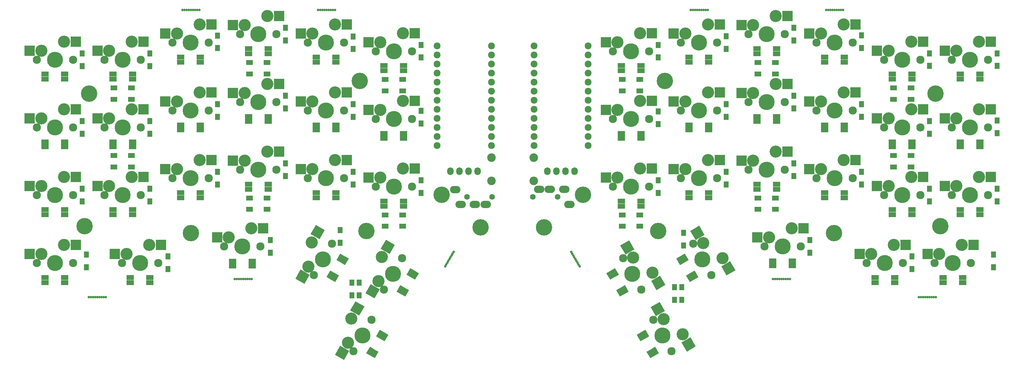
<source format=gbr>
%TF.GenerationSoftware,KiCad,Pcbnew,5.1.6*%
%TF.CreationDate,2020-10-30T12:45:47+01:00*%
%TF.ProjectId,jade,6a616465-2e6b-4696-9361-645f70636258,1.1*%
%TF.SameCoordinates,Original*%
%TF.FileFunction,Soldermask,Bot*%
%TF.FilePolarity,Negative*%
%FSLAX46Y46*%
G04 Gerber Fmt 4.6, Leading zero omitted, Abs format (unit mm)*
G04 Created by KiCad (PCBNEW 5.1.6) date 2020-10-30 12:45:47*
%MOMM*%
%LPD*%
G01*
G04 APERTURE LIST*
%ADD10C,0.700000*%
%ADD11R,2.950000X2.900000*%
%ADD12C,4.500000*%
%ADD13C,2.300000*%
%ADD14C,3.400000*%
%ADD15C,4.600000*%
%ADD16R,1.400000X1.800000*%
%ADD17C,0.100000*%
%ADD18R,2.100000X1.400000*%
%ADD19C,1.600000*%
%ADD20O,2.900000X2.100000*%
%ADD21C,1.924000*%
%ADD22O,1.797000X2.178000*%
%ADD23C,2.400000*%
%ADD24R,1.900000X1.400000*%
G04 APERTURE END LIST*
D10*
%TO.C,REF\u002A\u002A*%
X264668000Y-102362000D03*
X264074250Y-102362000D03*
X263480500Y-102362000D03*
X262886750Y-102362000D03*
X262293000Y-102362000D03*
X266449250Y-102362000D03*
X265261750Y-102362000D03*
X267043000Y-102362000D03*
X265855500Y-102362000D03*
%TD*%
%TO.C,REF\u002A\u002A*%
X224961500Y-97282000D03*
X226149000Y-97282000D03*
X224367750Y-97282000D03*
X225555250Y-97282000D03*
X221399000Y-97282000D03*
X221992750Y-97282000D03*
X222586500Y-97282000D03*
X223180250Y-97282000D03*
X223774000Y-97282000D03*
%TD*%
%TO.C,REF\u002A\u002A*%
X72898000Y-97282000D03*
X73491750Y-97282000D03*
X74085500Y-97282000D03*
X74679250Y-97282000D03*
X75273000Y-97282000D03*
X71116750Y-97282000D03*
X72304250Y-97282000D03*
X70523000Y-97282000D03*
X71710500Y-97282000D03*
%TD*%
%TO.C,REF\u002A\u002A*%
X30816500Y-102362000D03*
X29629000Y-102362000D03*
X31410250Y-102362000D03*
X30222750Y-102362000D03*
X34379000Y-102362000D03*
X33785250Y-102362000D03*
X33191500Y-102362000D03*
X32597750Y-102362000D03*
X32004000Y-102362000D03*
%TD*%
D11*
%TO.C,SW3*%
X51022500Y-28490000D03*
D12*
X58107500Y-31030000D03*
D13*
X63187500Y-31030000D03*
X53027500Y-31030000D03*
D11*
X63949500Y-25950000D03*
D14*
X54297500Y-28490000D03*
X60647500Y-25950000D03*
%TD*%
D11*
%TO.C,SW6*%
X108022500Y-30865000D03*
D12*
X115107500Y-33405000D03*
D13*
X120187500Y-33405000D03*
X110027500Y-33405000D03*
D11*
X120949500Y-28325000D03*
D14*
X111297500Y-30865000D03*
X117647500Y-28325000D03*
%TD*%
D15*
%TO.C,Ref\u002A\u002A*%
X268265500Y-82430000D03*
%TD*%
%TO.C,Ref\u002A\u002A*%
X28406500Y-82430000D03*
%TD*%
D16*
%TO.C,D43*%
X28956000Y-90427000D03*
X28956000Y-93977000D03*
%TD*%
D15*
%TO.C,Ref\u002A\u002A*%
X266954000Y-45265500D03*
%TD*%
%TO.C,Ref\u002A\u002A*%
X191096500Y-41765500D03*
%TD*%
%TO.C,Ref\u002A\u002A*%
X238464500Y-84448000D03*
%TD*%
%TO.C,Ref\u002A\u002A*%
X189230000Y-83820000D03*
%TD*%
D17*
%TO.C,SW41*%
G36*
X191063916Y-106278914D02*
G01*
X188552442Y-107728914D01*
X187077442Y-105174140D01*
X189588916Y-103724140D01*
X191063916Y-106278914D01*
G37*
D12*
X190413474Y-113132317D03*
D13*
X192953474Y-117531726D03*
X187873474Y-108732908D03*
D17*
G36*
X199727120Y-116204024D02*
G01*
X197215646Y-117654024D01*
X195740646Y-115099250D01*
X198252120Y-113649250D01*
X199727120Y-116204024D01*
G37*
D14*
X190708179Y-108562760D03*
X196082883Y-112792022D03*
%TD*%
D10*
%TO.C,REF\u002A\u002A*%
X130681375Y-91712608D03*
X130978250Y-91198405D03*
X131275125Y-90684203D03*
X131572000Y-90170000D03*
X131868875Y-89655798D03*
X129790750Y-93255216D03*
X130384500Y-92226811D03*
X129493875Y-93769418D03*
X130087625Y-92741013D03*
%TD*%
%TO.C,REF\u002A\u002A*%
X166584375Y-92741013D03*
X167178125Y-93769418D03*
X166287500Y-92226811D03*
X166881250Y-93255216D03*
X164803125Y-89655798D03*
X165100000Y-90170000D03*
X165396875Y-90684203D03*
X165693750Y-91198405D03*
X165990625Y-91712608D03*
%TD*%
D11*
%TO.C,SW44*%
X36898500Y-90290000D03*
D12*
X43983500Y-92830000D03*
D13*
X49063500Y-92830000D03*
X38903500Y-92830000D03*
D11*
X49825500Y-87750000D03*
D14*
X40173500Y-90290000D03*
X46523500Y-87750000D03*
%TD*%
D17*
%TO.C,SW21*%
G36*
X108622058Y-98717434D02*
G01*
X111133532Y-100167434D01*
X109658532Y-102722208D01*
X107147058Y-101272208D01*
X108622058Y-98717434D01*
G37*
D12*
X114882500Y-95854031D03*
D13*
X117422500Y-91454622D03*
X112342500Y-100253440D03*
D17*
G36*
X112885854Y-86252324D02*
G01*
X115397328Y-87702324D01*
X113922328Y-90257098D01*
X111410854Y-88807098D01*
X112885854Y-86252324D01*
G37*
D14*
X110777795Y-97883588D03*
X111753091Y-91114326D03*
%TD*%
D11*
%TO.C,SW8*%
X32022500Y-52240000D03*
D12*
X39107500Y-54780000D03*
D13*
X44187500Y-54780000D03*
X34027500Y-54780000D03*
D11*
X44949500Y-49700000D03*
D14*
X35297500Y-52240000D03*
X41647500Y-49700000D03*
%TD*%
D16*
%TO.C,D41*%
X195834000Y-103121000D03*
X195834000Y-99571000D03*
%TD*%
%TO.C,D47*%
X260350000Y-90935000D03*
X260350000Y-94485000D03*
%TD*%
%TO.C,D46*%
X283210000Y-93977000D03*
X283210000Y-90427000D03*
%TD*%
%TO.C,D45*%
X80518000Y-86363000D03*
X80518000Y-89913000D03*
%TD*%
%TO.C,D44*%
X51816000Y-90932000D03*
X51816000Y-94482000D03*
%TD*%
D17*
%TO.C,SW42*%
G36*
X182554762Y-89000628D02*
G01*
X180043288Y-90450628D01*
X178568288Y-87895854D01*
X181079762Y-86445854D01*
X182554762Y-89000628D01*
G37*
D12*
X181904320Y-95854031D03*
D13*
X184444320Y-100253440D03*
X179364320Y-91454622D03*
D17*
G36*
X191217966Y-98925738D02*
G01*
X188706492Y-100375738D01*
X187231492Y-97820964D01*
X189742966Y-96370964D01*
X191217966Y-98925738D01*
G37*
D14*
X182199025Y-91284474D03*
X187573729Y-95513736D03*
%TD*%
D11*
%TO.C,SW48*%
X216999500Y-85602000D03*
D12*
X224084500Y-88142000D03*
D13*
X229164500Y-88142000D03*
X219004500Y-88142000D03*
D11*
X229926500Y-83062000D03*
D14*
X220274500Y-85602000D03*
X226624500Y-83062000D03*
%TD*%
D11*
%TO.C,SW38*%
X193529500Y-66485000D03*
D12*
X200614500Y-69025000D03*
D13*
X205694500Y-69025000D03*
X195534500Y-69025000D03*
D11*
X206456500Y-63945000D03*
D14*
X196804500Y-66485000D03*
X203154500Y-63945000D03*
%TD*%
D11*
%TO.C,SW34*%
X269529500Y-71235000D03*
D12*
X276614500Y-73775000D03*
D13*
X281694500Y-73775000D03*
X271534500Y-73775000D03*
D11*
X282456500Y-68695000D03*
D14*
X272804500Y-71235000D03*
X279154500Y-68695000D03*
%TD*%
D11*
%TO.C,SW32*%
X193529500Y-47485000D03*
D12*
X200614500Y-50025000D03*
D13*
X205694500Y-50025000D03*
X195534500Y-50025000D03*
D11*
X206456500Y-44945000D03*
D14*
X196804500Y-47485000D03*
X203154500Y-44945000D03*
%TD*%
D11*
%TO.C,SW31*%
X212529500Y-45110000D03*
D12*
X219614500Y-47650000D03*
D13*
X224694500Y-47650000D03*
X214534500Y-47650000D03*
D11*
X225456500Y-42570000D03*
D14*
X215804500Y-45110000D03*
X222154500Y-42570000D03*
%TD*%
D11*
%TO.C,SW30*%
X231529500Y-47485000D03*
D12*
X238614500Y-50025000D03*
D13*
X243694500Y-50025000D03*
X233534500Y-50025000D03*
D11*
X244456500Y-44945000D03*
D14*
X234804500Y-47485000D03*
X241154500Y-44945000D03*
%TD*%
D11*
%TO.C,SW29*%
X250529500Y-52235000D03*
D12*
X257614500Y-54775000D03*
D13*
X262694500Y-54775000D03*
X252534500Y-54775000D03*
D11*
X263456500Y-49695000D03*
D14*
X253804500Y-52235000D03*
X260154500Y-49695000D03*
%TD*%
D11*
%TO.C,SW28*%
X269529500Y-52235000D03*
D12*
X276614500Y-54775000D03*
D13*
X281694500Y-54775000D03*
X271534500Y-54775000D03*
D11*
X282456500Y-49695000D03*
D14*
X272804500Y-52235000D03*
X279154500Y-49695000D03*
%TD*%
D11*
%TO.C,SW27*%
X174522500Y-30865000D03*
D12*
X181607500Y-33405000D03*
D13*
X186687500Y-33405000D03*
X176527500Y-33405000D03*
D11*
X187449500Y-28325000D03*
D14*
X177797500Y-30865000D03*
X184147500Y-28325000D03*
%TD*%
D11*
%TO.C,SW26*%
X193529500Y-28485000D03*
D12*
X200614500Y-31025000D03*
D13*
X205694500Y-31025000D03*
X195534500Y-31025000D03*
D11*
X206456500Y-25945000D03*
D14*
X196804500Y-28485000D03*
X203154500Y-25945000D03*
%TD*%
D11*
%TO.C,SW25*%
X212529500Y-26110000D03*
D12*
X219614500Y-28650000D03*
D13*
X224694500Y-28650000D03*
X214534500Y-28650000D03*
D11*
X225456500Y-23570000D03*
D14*
X215804500Y-26110000D03*
X222154500Y-23570000D03*
%TD*%
D11*
%TO.C,SW24*%
X231529500Y-28485000D03*
D12*
X238614500Y-31025000D03*
D13*
X243694500Y-31025000D03*
X233534500Y-31025000D03*
D11*
X244456500Y-25945000D03*
D14*
X234804500Y-28485000D03*
X241154500Y-25945000D03*
%TD*%
D11*
%TO.C,SW23*%
X250529500Y-33235000D03*
D12*
X257614500Y-35775000D03*
D13*
X262694500Y-35775000D03*
X252534500Y-35775000D03*
D11*
X263456500Y-30695000D03*
D14*
X253804500Y-33235000D03*
X260154500Y-30695000D03*
%TD*%
D11*
%TO.C,SW22*%
X269529500Y-33235000D03*
D12*
X276614500Y-35775000D03*
D13*
X281694500Y-35775000D03*
X271534500Y-35775000D03*
D11*
X282456500Y-30695000D03*
D14*
X272804500Y-33235000D03*
X279154500Y-30695000D03*
%TD*%
D17*
%TO.C,SW20*%
G36*
X100088058Y-115995720D02*
G01*
X102599532Y-117445720D01*
X101124532Y-120000494D01*
X98613058Y-118550494D01*
X100088058Y-115995720D01*
G37*
D12*
X106348500Y-113132317D03*
D13*
X108888500Y-108732908D03*
X103808500Y-117531726D03*
D17*
G36*
X104351854Y-103530610D02*
G01*
X106863328Y-104980610D01*
X105388328Y-107535384D01*
X102876854Y-106085384D01*
X104351854Y-103530610D01*
G37*
D14*
X102243795Y-115161874D03*
X103219091Y-108392612D03*
%TD*%
D17*
%TO.C,SW19*%
G36*
X88983058Y-94609027D02*
G01*
X91494532Y-96059027D01*
X90019532Y-98613801D01*
X87508058Y-97163801D01*
X88983058Y-94609027D01*
G37*
D12*
X95243500Y-91745624D03*
D13*
X97783500Y-87346215D03*
X92703500Y-96145033D03*
D17*
G36*
X93246854Y-82143917D02*
G01*
X95758328Y-83593917D01*
X94283328Y-86148691D01*
X91771854Y-84698691D01*
X93246854Y-82143917D01*
G37*
D14*
X91138795Y-93775181D03*
X92114091Y-87005919D03*
%TD*%
D11*
%TO.C,SW18*%
X108022500Y-68865000D03*
D12*
X115107500Y-71405000D03*
D13*
X120187500Y-71405000D03*
X110027500Y-71405000D03*
D11*
X120949500Y-66325000D03*
D14*
X111297500Y-68865000D03*
X117647500Y-66325000D03*
%TD*%
D11*
%TO.C,SW17*%
X89022500Y-66490000D03*
D12*
X96107500Y-69030000D03*
D13*
X101187500Y-69030000D03*
X91027500Y-69030000D03*
D11*
X101949500Y-63950000D03*
D14*
X92297500Y-66490000D03*
X98647500Y-63950000D03*
%TD*%
D11*
%TO.C,SW16*%
X70022500Y-64115000D03*
D12*
X77107500Y-66655000D03*
D13*
X82187500Y-66655000D03*
X72027500Y-66655000D03*
D11*
X82949500Y-61575000D03*
D14*
X73297500Y-64115000D03*
X79647500Y-61575000D03*
%TD*%
D11*
%TO.C,SW12*%
X108022500Y-49865000D03*
D12*
X115107500Y-52405000D03*
D13*
X120187500Y-52405000D03*
X110027500Y-52405000D03*
D11*
X120949500Y-47325000D03*
D14*
X111297500Y-49865000D03*
X117647500Y-47325000D03*
%TD*%
D11*
%TO.C,SW11*%
X89022500Y-47490000D03*
D12*
X96107500Y-50030000D03*
D13*
X101187500Y-50030000D03*
X91027500Y-50030000D03*
D11*
X101949500Y-44950000D03*
D14*
X92297500Y-47490000D03*
X98647500Y-44950000D03*
%TD*%
D11*
%TO.C,SW10*%
X70022500Y-45115000D03*
D12*
X77107500Y-47655000D03*
D13*
X82187500Y-47655000D03*
X72027500Y-47655000D03*
D11*
X82949500Y-42575000D03*
D14*
X73297500Y-45115000D03*
X79647500Y-42575000D03*
%TD*%
D11*
%TO.C,SW9*%
X51022500Y-47490000D03*
D12*
X58107500Y-50030000D03*
D13*
X63187500Y-50030000D03*
X53027500Y-50030000D03*
D11*
X63949500Y-44950000D03*
D14*
X54297500Y-47490000D03*
X60647500Y-44950000D03*
%TD*%
D11*
%TO.C,SW5*%
X89022500Y-28490000D03*
D12*
X96107500Y-31030000D03*
D13*
X101187500Y-31030000D03*
X91027500Y-31030000D03*
D11*
X101949500Y-25950000D03*
D14*
X92297500Y-28490000D03*
X98647500Y-25950000D03*
%TD*%
D11*
%TO.C,SW4*%
X70022500Y-26115000D03*
D12*
X77107500Y-28655000D03*
D13*
X82187500Y-28655000D03*
X72027500Y-28655000D03*
D11*
X82949500Y-23575000D03*
D14*
X73297500Y-26115000D03*
X79647500Y-23575000D03*
%TD*%
D11*
%TO.C,SW2*%
X32022500Y-33240000D03*
D12*
X39107500Y-35780000D03*
D13*
X44187500Y-35780000D03*
X34027500Y-35780000D03*
D11*
X44949500Y-30700000D03*
D14*
X35297500Y-33240000D03*
X41647500Y-30700000D03*
%TD*%
D11*
%TO.C,SW1*%
X13022500Y-33240000D03*
D12*
X20107500Y-35780000D03*
D13*
X25187500Y-35780000D03*
X15027500Y-35780000D03*
D11*
X25949500Y-30700000D03*
D14*
X16297500Y-33240000D03*
X22647500Y-30700000D03*
%TD*%
D11*
%TO.C,SW7*%
X13022500Y-52240000D03*
D12*
X20107500Y-54780000D03*
D13*
X25187500Y-54780000D03*
X15027500Y-54780000D03*
D11*
X25949500Y-49700000D03*
D14*
X16297500Y-52240000D03*
X22647500Y-49700000D03*
%TD*%
D11*
%TO.C,SW14*%
X32022500Y-71240000D03*
D12*
X39107500Y-73780000D03*
D13*
X44187500Y-73780000D03*
X34027500Y-73780000D03*
D11*
X44949500Y-68700000D03*
D14*
X35297500Y-71240000D03*
X41647500Y-68700000D03*
%TD*%
D11*
%TO.C,SW37*%
X212529500Y-64110000D03*
D12*
X219614500Y-66650000D03*
D13*
X224694500Y-66650000D03*
X214534500Y-66650000D03*
D11*
X225456500Y-61570000D03*
D14*
X215804500Y-64110000D03*
X222154500Y-61570000D03*
%TD*%
D11*
%TO.C,SW35*%
X250529500Y-71235000D03*
D12*
X257614500Y-73775000D03*
D13*
X262694500Y-73775000D03*
X252534500Y-73775000D03*
D11*
X263456500Y-68695000D03*
D14*
X253804500Y-71235000D03*
X260154500Y-68695000D03*
%TD*%
D11*
%TO.C,SW13*%
X13022500Y-71240000D03*
D12*
X20107500Y-73780000D03*
D13*
X25187500Y-73780000D03*
X15027500Y-73780000D03*
D11*
X25949500Y-68700000D03*
D14*
X16297500Y-71240000D03*
X22647500Y-68700000D03*
%TD*%
D11*
%TO.C,SW39*%
X174529500Y-68860000D03*
D12*
X181614500Y-71400000D03*
D13*
X186694500Y-71400000D03*
X176534500Y-71400000D03*
D11*
X187456500Y-66320000D03*
D14*
X177804500Y-68860000D03*
X184154500Y-66320000D03*
%TD*%
D11*
%TO.C,SW33*%
X174529500Y-49860000D03*
D12*
X181614500Y-52400000D03*
D13*
X186694500Y-52400000D03*
X176534500Y-52400000D03*
D11*
X187456500Y-47320000D03*
D14*
X177804500Y-49860000D03*
X184154500Y-47320000D03*
%TD*%
D11*
%TO.C,SW43*%
X13022500Y-90290000D03*
D12*
X20107500Y-92830000D03*
D13*
X25187500Y-92830000D03*
X15027500Y-92830000D03*
D11*
X25949500Y-87750000D03*
D14*
X16297500Y-90290000D03*
X22647500Y-87750000D03*
%TD*%
D11*
%TO.C,SW46*%
X264703500Y-90285000D03*
D12*
X271788500Y-92825000D03*
D13*
X276868500Y-92825000D03*
X266708500Y-92825000D03*
D11*
X277630500Y-87745000D03*
D14*
X267978500Y-90285000D03*
X274328500Y-87745000D03*
%TD*%
D11*
%TO.C,SW47*%
X245653500Y-90285000D03*
D12*
X252738500Y-92825000D03*
D13*
X257818500Y-92825000D03*
X247658500Y-92825000D03*
D11*
X258580500Y-87745000D03*
D14*
X248928500Y-90285000D03*
X255278500Y-87745000D03*
%TD*%
D11*
%TO.C,SW45*%
X65559000Y-85598000D03*
D12*
X72644000Y-88138000D03*
D13*
X77724000Y-88138000D03*
X67564000Y-88138000D03*
D11*
X78486000Y-83058000D03*
D14*
X68834000Y-85598000D03*
X75184000Y-83058000D03*
%TD*%
D17*
%TO.C,SW40*%
G36*
X202193445Y-84892221D02*
G01*
X199681971Y-86342221D01*
X198206971Y-83787447D01*
X200718445Y-82337447D01*
X202193445Y-84892221D01*
G37*
D12*
X201543003Y-91745624D03*
D13*
X204083003Y-96145033D03*
X199003003Y-87346215D03*
D17*
G36*
X210856649Y-94817331D02*
G01*
X208345175Y-96267331D01*
X206870175Y-93712557D01*
X209381649Y-92262557D01*
X210856649Y-94817331D01*
G37*
D14*
X201837708Y-87176067D03*
X207212412Y-91405329D03*
%TD*%
D11*
%TO.C,SW15*%
X51022500Y-66490000D03*
D12*
X58107500Y-69030000D03*
D13*
X63187500Y-69030000D03*
X53027500Y-69030000D03*
D11*
X63949500Y-63950000D03*
D14*
X54297500Y-66490000D03*
X60647500Y-63950000D03*
%TD*%
D11*
%TO.C,SW36*%
X231529500Y-66485000D03*
D12*
X238614500Y-69025000D03*
D13*
X243694500Y-69025000D03*
X233534500Y-69025000D03*
D11*
X244456500Y-63945000D03*
D14*
X234804500Y-66485000D03*
X241154500Y-63945000D03*
%TD*%
D17*
%TO.C,LED52*%
G36*
X194251128Y-91567728D02*
G01*
X195463564Y-90867728D01*
X196513564Y-92686382D01*
X195301128Y-93386382D01*
X194251128Y-91567728D01*
G37*
G36*
X195463564Y-90867728D02*
G01*
X196676000Y-90167728D01*
X197726000Y-91986382D01*
X196513564Y-92686382D01*
X195463564Y-90867728D01*
G37*
G36*
X197001128Y-96330868D02*
G01*
X198213564Y-95630868D01*
X199263564Y-97449522D01*
X198051128Y-98149522D01*
X197001128Y-96330868D01*
G37*
G36*
X198213564Y-95630868D02*
G01*
X199426000Y-94930868D01*
X200476000Y-96749522D01*
X199263564Y-97449522D01*
X198213564Y-95630868D01*
G37*
%TD*%
D18*
%TO.C,LED59*%
X75394000Y-92264000D03*
X75394000Y-93664000D03*
X69894000Y-92264000D03*
X69894000Y-93664000D03*
%TD*%
%TO.C,LED56*%
X46733500Y-96880000D03*
X46733500Y-98280000D03*
X41233500Y-96880000D03*
X41233500Y-98280000D03*
%TD*%
%TO.C,LED58*%
X255481500Y-96880000D03*
X255481500Y-98280000D03*
X249981500Y-96880000D03*
X249981500Y-98280000D03*
%TD*%
%TO.C,LED57*%
X274531500Y-96880000D03*
X274531500Y-98280000D03*
X269031500Y-96880000D03*
X269031500Y-98280000D03*
%TD*%
%TO.C,LED55*%
X22857500Y-96880000D03*
X22857500Y-98280000D03*
X17357500Y-96880000D03*
X17357500Y-98280000D03*
%TD*%
D17*
%TO.C,LED26*%
G36*
X111312121Y-114035073D02*
G01*
X110099685Y-113335073D01*
X111149685Y-111516419D01*
X112362121Y-112216419D01*
X111312121Y-114035073D01*
G37*
G36*
X112524557Y-114735073D02*
G01*
X111312121Y-114035073D01*
X112362121Y-112216419D01*
X113574557Y-112916419D01*
X112524557Y-114735073D01*
G37*
G36*
X108562121Y-118798213D02*
G01*
X107349685Y-118098213D01*
X108399685Y-116279559D01*
X109612121Y-116979559D01*
X108562121Y-118798213D01*
G37*
G36*
X109774557Y-119498213D02*
G01*
X108562121Y-118798213D01*
X109612121Y-116979559D01*
X110824557Y-117679559D01*
X109774557Y-119498213D01*
G37*
%TD*%
D18*
%TO.C,LED7*%
X22857500Y-39830000D03*
X22857500Y-41230000D03*
X17357500Y-39830000D03*
X17357500Y-41230000D03*
%TD*%
%TO.C,LED8*%
X41857500Y-39830000D03*
X41857500Y-41230000D03*
X36357500Y-39830000D03*
X36357500Y-41230000D03*
%TD*%
%TO.C,LED9*%
X60857500Y-35080000D03*
X60857500Y-36480000D03*
X55357500Y-35080000D03*
X55357500Y-36480000D03*
%TD*%
%TO.C,LED10*%
X79857500Y-32705000D03*
X79857500Y-34105000D03*
X74357500Y-32705000D03*
X74357500Y-34105000D03*
%TD*%
%TO.C,LED11*%
X98857500Y-35080000D03*
X98857500Y-36480000D03*
X93357500Y-35080000D03*
X93357500Y-36480000D03*
%TD*%
%TO.C,LED12*%
X117857500Y-37455000D03*
X117857500Y-38855000D03*
X112357500Y-37455000D03*
X112357500Y-38855000D03*
%TD*%
%TO.C,LED13*%
X22857500Y-58830000D03*
X22857500Y-60230000D03*
X17357500Y-58830000D03*
X17357500Y-60230000D03*
%TD*%
%TO.C,LED14*%
X41857500Y-58830000D03*
X41857500Y-60230000D03*
X36357500Y-58830000D03*
X36357500Y-60230000D03*
%TD*%
%TO.C,LED15*%
X60857500Y-54080000D03*
X60857500Y-55480000D03*
X55357500Y-54080000D03*
X55357500Y-55480000D03*
%TD*%
%TO.C,LED16*%
X79857500Y-51705000D03*
X79857500Y-53105000D03*
X74357500Y-51705000D03*
X74357500Y-53105000D03*
%TD*%
%TO.C,LED17*%
X98857500Y-54080000D03*
X98857500Y-55480000D03*
X93357500Y-54080000D03*
X93357500Y-55480000D03*
%TD*%
%TO.C,LED18*%
X117857500Y-56455000D03*
X117857500Y-57855000D03*
X112357500Y-56455000D03*
X112357500Y-57855000D03*
%TD*%
%TO.C,LED19*%
X22857500Y-77830000D03*
X22857500Y-79230000D03*
X17357500Y-77830000D03*
X17357500Y-79230000D03*
%TD*%
%TO.C,LED20*%
X41857500Y-77830000D03*
X41857500Y-79230000D03*
X36357500Y-77830000D03*
X36357500Y-79230000D03*
%TD*%
%TO.C,LED21*%
X60857500Y-73080000D03*
X60857500Y-74480000D03*
X55357500Y-73080000D03*
X55357500Y-74480000D03*
%TD*%
%TO.C,LED22*%
X79857500Y-70705000D03*
X79857500Y-72105000D03*
X74357500Y-70705000D03*
X74357500Y-72105000D03*
%TD*%
%TO.C,LED24*%
X117857500Y-75455000D03*
X117857500Y-76855000D03*
X112357500Y-75455000D03*
X112357500Y-76855000D03*
%TD*%
D17*
%TO.C,LED25*%
G36*
X100207121Y-92648381D02*
G01*
X98994685Y-91948381D01*
X100044685Y-90129727D01*
X101257121Y-90829727D01*
X100207121Y-92648381D01*
G37*
G36*
X101419557Y-93348381D02*
G01*
X100207121Y-92648381D01*
X101257121Y-90829727D01*
X102469557Y-91529727D01*
X101419557Y-93348381D01*
G37*
G36*
X97457121Y-97411521D02*
G01*
X96244685Y-96711521D01*
X97294685Y-94892867D01*
X98507121Y-95592867D01*
X97457121Y-97411521D01*
G37*
G36*
X98669557Y-98111521D02*
G01*
X97457121Y-97411521D01*
X98507121Y-95592867D01*
X99719557Y-96292867D01*
X98669557Y-98111521D01*
G37*
%TD*%
%TO.C,LED27*%
G36*
X119846121Y-96756788D02*
G01*
X118633685Y-96056788D01*
X119683685Y-94238134D01*
X120896121Y-94938134D01*
X119846121Y-96756788D01*
G37*
G36*
X121058557Y-97456788D02*
G01*
X119846121Y-96756788D01*
X120896121Y-94938134D01*
X122108557Y-95638134D01*
X121058557Y-97456788D01*
G37*
G36*
X117096121Y-101519928D02*
G01*
X115883685Y-100819928D01*
X116933685Y-99001274D01*
X118146121Y-99701274D01*
X117096121Y-101519928D01*
G37*
G36*
X118308557Y-102219928D02*
G01*
X117096121Y-101519928D01*
X118146121Y-99701274D01*
X119358557Y-100401274D01*
X118308557Y-102219928D01*
G37*
%TD*%
D18*
%TO.C,LED43*%
X222357500Y-51705000D03*
X222357500Y-53105000D03*
X216857500Y-51705000D03*
X216857500Y-53105000D03*
%TD*%
%TO.C,LED44*%
X203357500Y-54080000D03*
X203357500Y-55480000D03*
X197857500Y-54080000D03*
X197857500Y-55480000D03*
%TD*%
%TO.C,LED45*%
X184357500Y-56455000D03*
X184357500Y-57855000D03*
X178857500Y-56455000D03*
X178857500Y-57855000D03*
%TD*%
%TO.C,LED46*%
X279357500Y-77830000D03*
X279357500Y-79230000D03*
X273857500Y-77830000D03*
X273857500Y-79230000D03*
%TD*%
%TO.C,LED47*%
X260357500Y-77830000D03*
X260357500Y-79230000D03*
X254857500Y-77830000D03*
X254857500Y-79230000D03*
%TD*%
%TO.C,LED48*%
X241357500Y-73080000D03*
X241357500Y-74480000D03*
X235857500Y-73080000D03*
X235857500Y-74480000D03*
%TD*%
%TO.C,LED49*%
X222357500Y-70705000D03*
X222357500Y-72105000D03*
X216857500Y-70705000D03*
X216857500Y-72105000D03*
%TD*%
%TO.C,LED50*%
X203357500Y-73080000D03*
X203357500Y-74480000D03*
X197857500Y-73080000D03*
X197857500Y-74480000D03*
%TD*%
%TO.C,LED51*%
X184357500Y-75455000D03*
X184357500Y-76855000D03*
X178857500Y-75455000D03*
X178857500Y-76855000D03*
%TD*%
%TO.C,LED60*%
X221327500Y-93597000D03*
X221327500Y-92197000D03*
X226827500Y-93597000D03*
X226827500Y-92197000D03*
%TD*%
D17*
%TO.C,LED53*%
G36*
X187149853Y-116979561D02*
G01*
X188362289Y-116279561D01*
X189412289Y-118098215D01*
X188199853Y-118798215D01*
X187149853Y-116979561D01*
G37*
G36*
X185937417Y-117679561D02*
G01*
X187149853Y-116979561D01*
X188199853Y-118798215D01*
X186987417Y-119498215D01*
X185937417Y-117679561D01*
G37*
G36*
X184399853Y-112216421D02*
G01*
X185612289Y-111516421D01*
X186662289Y-113335075D01*
X185449853Y-114035075D01*
X184399853Y-112216421D01*
G37*
G36*
X183187417Y-112916421D02*
G01*
X184399853Y-112216421D01*
X185449853Y-114035075D01*
X184237417Y-114735075D01*
X183187417Y-112916421D01*
G37*
%TD*%
%TO.C,LED54*%
G36*
X178640700Y-99701274D02*
G01*
X179853136Y-99001274D01*
X180903136Y-100819928D01*
X179690700Y-101519928D01*
X178640700Y-99701274D01*
G37*
G36*
X177428264Y-100401274D02*
G01*
X178640700Y-99701274D01*
X179690700Y-101519928D01*
X178478264Y-102219928D01*
X177428264Y-100401274D01*
G37*
G36*
X175890700Y-94938134D02*
G01*
X177103136Y-94238134D01*
X178153136Y-96056788D01*
X176940700Y-96756788D01*
X175890700Y-94938134D01*
G37*
G36*
X174678264Y-95638134D02*
G01*
X175890700Y-94938134D01*
X176940700Y-96756788D01*
X175728264Y-97456788D01*
X174678264Y-95638134D01*
G37*
%TD*%
D18*
%TO.C,LED23*%
X98857500Y-73080000D03*
X98857500Y-74480000D03*
X93357500Y-73080000D03*
X93357500Y-74480000D03*
%TD*%
%TO.C,LED34*%
X279357500Y-39830000D03*
X279357500Y-41230000D03*
X273857500Y-39830000D03*
X273857500Y-41230000D03*
%TD*%
%TO.C,LED35*%
X260357500Y-39830000D03*
X260357500Y-41230000D03*
X254857500Y-39830000D03*
X254857500Y-41230000D03*
%TD*%
%TO.C,LED36*%
X241357500Y-35080000D03*
X241357500Y-36480000D03*
X235857500Y-35080000D03*
X235857500Y-36480000D03*
%TD*%
%TO.C,LED37*%
X222357500Y-32705000D03*
X222357500Y-34105000D03*
X216857500Y-32705000D03*
X216857500Y-34105000D03*
%TD*%
%TO.C,LED38*%
X203357500Y-35080000D03*
X203357500Y-36480000D03*
X197857500Y-35080000D03*
X197857500Y-36480000D03*
%TD*%
%TO.C,LED39*%
X184357500Y-37455000D03*
X184357500Y-38855000D03*
X178857500Y-37455000D03*
X178857500Y-38855000D03*
%TD*%
%TO.C,LED40*%
X279357500Y-58830000D03*
X279357500Y-60230000D03*
X273857500Y-58830000D03*
X273857500Y-60230000D03*
%TD*%
%TO.C,LED41*%
X260357500Y-58830000D03*
X260357500Y-60230000D03*
X254857500Y-58830000D03*
X254857500Y-60230000D03*
%TD*%
%TO.C,LED42*%
X241357500Y-54080000D03*
X241357500Y-55480000D03*
X235857500Y-54080000D03*
X235857500Y-55480000D03*
%TD*%
D10*
%TO.C,REF\u002A\u002A*%
X239837000Y-21870000D03*
X241024500Y-21870000D03*
X239243250Y-21870000D03*
X240430750Y-21870000D03*
X236274500Y-21870000D03*
X236868250Y-21870000D03*
X237462000Y-21870000D03*
X238055750Y-21870000D03*
X238649500Y-21870000D03*
%TD*%
%TO.C,REF\u002A\u002A*%
X201925000Y-21885000D03*
X203112500Y-21885000D03*
X201331250Y-21885000D03*
X202518750Y-21885000D03*
X198362500Y-21885000D03*
X198956250Y-21885000D03*
X199550000Y-21885000D03*
X200143750Y-21885000D03*
X200737500Y-21885000D03*
%TD*%
%TO.C,REF\u002A\u002A*%
X95020000Y-21873000D03*
X93832500Y-21873000D03*
X95613750Y-21873000D03*
X94426250Y-21873000D03*
X98582500Y-21873000D03*
X97988750Y-21873000D03*
X97395000Y-21873000D03*
X96801250Y-21873000D03*
X96207500Y-21873000D03*
%TD*%
%TO.C,REF\u002A\u002A*%
X57049250Y-21869000D03*
X55861750Y-21869000D03*
X57643000Y-21869000D03*
X56455500Y-21869000D03*
X60611750Y-21869000D03*
X60018000Y-21869000D03*
X59424250Y-21869000D03*
X58830500Y-21869000D03*
X58236750Y-21869000D03*
%TD*%
D19*
%TO.C,J3*%
X154037500Y-74270000D03*
X161037500Y-74270000D03*
D20*
X155837500Y-72170000D03*
X158837500Y-72170000D03*
X162837500Y-72170000D03*
X164337500Y-76370000D03*
%TD*%
D19*
%TO.C,J1*%
X142634500Y-74292000D03*
X135634500Y-74292000D03*
D20*
X140834500Y-76392000D03*
X137834500Y-76392000D03*
X133834500Y-76392000D03*
X132334500Y-72192000D03*
%TD*%
D21*
%TO.C,U1*%
X127203900Y-31942000D03*
X127203900Y-34482000D03*
X127203900Y-37022000D03*
X127203900Y-39562000D03*
X127203900Y-42102000D03*
X127203900Y-44642000D03*
X127203900Y-47182000D03*
X127203900Y-49722000D03*
X127203900Y-52262000D03*
X127203900Y-54802000D03*
X127203900Y-57342000D03*
X127203900Y-59882000D03*
X142423900Y-59882000D03*
X142423900Y-57342000D03*
X142423900Y-54802000D03*
X142423900Y-52262000D03*
X142423900Y-49722000D03*
X142423900Y-47182000D03*
X142423900Y-44642000D03*
X142423900Y-42102000D03*
X142423900Y-39562000D03*
X142423900Y-37022000D03*
X142423900Y-34482000D03*
X142423900Y-31942000D03*
%TD*%
%TO.C,U2*%
X154378900Y-31912000D03*
X154378900Y-34452000D03*
X154378900Y-36992000D03*
X154378900Y-39532000D03*
X154378900Y-42072000D03*
X154378900Y-44612000D03*
X154378900Y-47152000D03*
X154378900Y-49692000D03*
X154378900Y-52232000D03*
X154378900Y-54772000D03*
X154378900Y-57312000D03*
X154378900Y-59852000D03*
X169598900Y-59852000D03*
X169598900Y-57312000D03*
X169598900Y-54772000D03*
X169598900Y-52232000D03*
X169598900Y-49692000D03*
X169598900Y-47152000D03*
X169598900Y-44612000D03*
X169598900Y-42072000D03*
X169598900Y-39532000D03*
X169598900Y-36992000D03*
X169598900Y-34452000D03*
X169598900Y-31912000D03*
%TD*%
D15*
%TO.C,Ref\u002A\u002A*%
X168148000Y-73660000D03*
%TD*%
%TO.C,Ref\u002A\u002A*%
X157226000Y-82804000D03*
%TD*%
%TO.C,Ref\u002A\u002A*%
X139446000Y-82775000D03*
%TD*%
%TO.C,Ref\u002A\u002A*%
X128524000Y-73660000D03*
%TD*%
%TO.C,Ref\u002A\u002A*%
X107442000Y-83820000D03*
%TD*%
%TO.C,Ref\u002A\u002A*%
X58207500Y-84448000D03*
%TD*%
%TO.C,Ref\u002A\u002A*%
X105575500Y-41765500D03*
%TD*%
%TO.C,Ref\u002A\u002A*%
X29718000Y-45265500D03*
%TD*%
D16*
%TO.C,D11*%
X103707500Y-48255000D03*
X103707500Y-51805000D03*
%TD*%
%TO.C,D9*%
X65707500Y-48255000D03*
X65707500Y-51805000D03*
%TD*%
%TO.C,D25*%
X227214500Y-26875000D03*
X227214500Y-30425000D03*
%TD*%
%TO.C,D1*%
X27734500Y-34001875D03*
X27734500Y-37551875D03*
%TD*%
%TO.C,D2*%
X46734500Y-34005000D03*
X46734500Y-37555000D03*
%TD*%
%TO.C,D3*%
X65707500Y-29005000D03*
X65707500Y-32555000D03*
%TD*%
%TO.C,D4*%
X84707500Y-26880000D03*
X84707500Y-30430000D03*
%TD*%
%TO.C,D5*%
X103707500Y-29255000D03*
X103707500Y-32805000D03*
%TD*%
%TO.C,D6*%
X122707500Y-31630000D03*
X122707500Y-35180000D03*
%TD*%
%TO.C,D7*%
X27734500Y-53001875D03*
X27734500Y-56551875D03*
%TD*%
%TO.C,D8*%
X46734500Y-53005000D03*
X46734500Y-56555000D03*
%TD*%
%TO.C,D10*%
X84707500Y-45880000D03*
X84707500Y-49430000D03*
%TD*%
%TO.C,D12*%
X122707500Y-50122000D03*
X122707500Y-53672000D03*
%TD*%
%TO.C,D13*%
X27734500Y-72001875D03*
X27734500Y-75551875D03*
%TD*%
%TO.C,D14*%
X46734500Y-72005000D03*
X46734500Y-75555000D03*
%TD*%
%TO.C,D15*%
X65707500Y-67255000D03*
X65707500Y-70805000D03*
%TD*%
%TO.C,D16*%
X84707500Y-64880000D03*
X84707500Y-68430000D03*
%TD*%
%TO.C,D17*%
X103707500Y-67255000D03*
X103707500Y-70805000D03*
%TD*%
%TO.C,D18*%
X122707500Y-69630000D03*
X122707500Y-73180000D03*
%TD*%
%TO.C,D19*%
X100076000Y-83569000D03*
X100076000Y-87119000D03*
%TD*%
%TO.C,D20*%
X103378000Y-98301000D03*
X103378000Y-101851000D03*
%TD*%
%TO.C,D21*%
X105410000Y-98301000D03*
X105410000Y-101851000D03*
%TD*%
%TO.C,D22*%
X284214500Y-34000000D03*
X284214500Y-37550000D03*
%TD*%
%TO.C,D23*%
X265214500Y-34000000D03*
X265214500Y-37550000D03*
%TD*%
%TO.C,D24*%
X246214500Y-28959000D03*
X246214500Y-32509000D03*
%TD*%
%TO.C,D26*%
X208214500Y-29250000D03*
X208214500Y-32800000D03*
%TD*%
%TO.C,D27*%
X189207500Y-31630000D03*
X189207500Y-35180000D03*
%TD*%
%TO.C,D28*%
X284214500Y-52850000D03*
X284214500Y-56400000D03*
%TD*%
%TO.C,D29*%
X265214500Y-53000000D03*
X265214500Y-56550000D03*
%TD*%
%TO.C,D30*%
X246214500Y-48250000D03*
X246214500Y-51800000D03*
%TD*%
%TO.C,D31*%
X227214500Y-45875000D03*
X227214500Y-49425000D03*
%TD*%
%TO.C,D32*%
X208214500Y-48250000D03*
X208214500Y-51800000D03*
%TD*%
%TO.C,D33*%
X189207500Y-50295000D03*
X189207500Y-53845000D03*
%TD*%
%TO.C,D34*%
X284214500Y-72000000D03*
X284214500Y-75550000D03*
%TD*%
%TO.C,D35*%
X265214500Y-72000000D03*
X265214500Y-75550000D03*
%TD*%
%TO.C,D36*%
X246214500Y-67250000D03*
X246214500Y-70800000D03*
%TD*%
%TO.C,D37*%
X227214500Y-64875000D03*
X227214500Y-68425000D03*
%TD*%
%TO.C,D38*%
X208214500Y-67250000D03*
X208214500Y-70800000D03*
%TD*%
%TO.C,D39*%
X189207500Y-69630000D03*
X189207500Y-73180000D03*
%TD*%
%TO.C,D48*%
X231684500Y-89902000D03*
X231684500Y-86352000D03*
%TD*%
%TO.C,D40*%
X196342000Y-84331000D03*
X196342000Y-87881000D03*
%TD*%
%TO.C,D42*%
X193802000Y-99571000D03*
X193802000Y-103121000D03*
%TD*%
D22*
%TO.C,J4*%
X158164500Y-67045000D03*
X160704500Y-67045000D03*
X163244500Y-67045000D03*
X165784500Y-67045000D03*
%TD*%
%TO.C,J2*%
X138568500Y-67028000D03*
X136028500Y-67028000D03*
X133488500Y-67028000D03*
X130948500Y-67028000D03*
%TD*%
D23*
%TO.C,RSW2*%
X154304500Y-63272000D03*
X154304500Y-69772000D03*
%TD*%
%TO.C,RSW1*%
X142424500Y-63281000D03*
X142424500Y-69781000D03*
%TD*%
D24*
%TO.C,LED3*%
X117557500Y-41305000D03*
X117557500Y-44505000D03*
X112657500Y-41305000D03*
X112657500Y-44505000D03*
%TD*%
%TO.C,LED1*%
X41557500Y-43680000D03*
X41557500Y-46880000D03*
X36657500Y-43680000D03*
X36657500Y-46880000D03*
%TD*%
%TO.C,LED2*%
X79557500Y-36555000D03*
X79557500Y-39755000D03*
X74657500Y-36555000D03*
X74657500Y-39755000D03*
%TD*%
%TO.C,LED4*%
X41557500Y-62680000D03*
X41557500Y-65880000D03*
X36657500Y-62680000D03*
X36657500Y-65880000D03*
%TD*%
%TO.C,LED5*%
X79557500Y-74555000D03*
X79557500Y-77755000D03*
X74657500Y-74555000D03*
X74657500Y-77755000D03*
%TD*%
%TO.C,LED6*%
X117557500Y-79305000D03*
X117557500Y-82505000D03*
X112657500Y-79305000D03*
X112657500Y-82505000D03*
%TD*%
%TO.C,LED28*%
X260057500Y-43680000D03*
X260057500Y-46880000D03*
X255157500Y-43680000D03*
X255157500Y-46880000D03*
%TD*%
%TO.C,LED29*%
X222057500Y-36555000D03*
X222057500Y-39755000D03*
X217157500Y-36555000D03*
X217157500Y-39755000D03*
%TD*%
%TO.C,LED30*%
X184057500Y-41305000D03*
X184057500Y-44505000D03*
X179157500Y-41305000D03*
X179157500Y-44505000D03*
%TD*%
%TO.C,LED31*%
X260057500Y-62680000D03*
X260057500Y-65880000D03*
X255157500Y-62680000D03*
X255157500Y-65880000D03*
%TD*%
%TO.C,LED32*%
X222057500Y-74555000D03*
X222057500Y-77755000D03*
X217157500Y-74555000D03*
X217157500Y-77755000D03*
%TD*%
%TO.C,LED33*%
X184057500Y-79305000D03*
X184057500Y-82505000D03*
X179157500Y-79305000D03*
X179157500Y-82505000D03*
%TD*%
M02*

</source>
